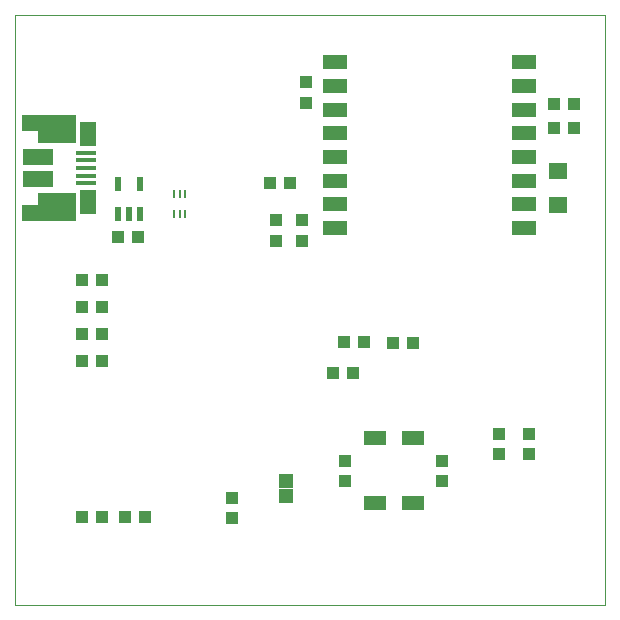
<source format=gbp>
G75*
%MOIN*%
%OFA0B0*%
%FSLAX24Y24*%
%IPPOS*%
%LPD*%
%AMOC8*
5,1,8,0,0,1.08239X$1,22.5*
%
%ADD10C,0.0000*%
%ADD11R,0.0630X0.0551*%
%ADD12R,0.0433X0.0394*%
%ADD13R,0.0787X0.0512*%
%ADD14R,0.0394X0.0433*%
%ADD15R,0.0217X0.0472*%
%ADD16R,0.0748X0.0512*%
%ADD17R,0.0112X0.0276*%
%ADD18R,0.0673X0.0157*%
%ADD19R,0.0575X0.0787*%
%ADD20R,0.0984X0.0541*%
%ADD21R,0.1252X0.0962*%
%ADD22R,0.1252X0.0962*%
%ADD23R,0.0544X0.0530*%
%ADD24R,0.0544X0.0530*%
%ADD25R,0.0500X0.0500*%
D10*
X000180Y000180D02*
X000180Y019865D01*
X019865Y019865D01*
X019865Y000180D01*
X000180Y000180D01*
D11*
X018288Y013535D03*
X018288Y014638D03*
D12*
X018144Y016072D03*
X018813Y016072D03*
X018813Y016885D03*
X018144Y016885D03*
X013462Y008930D03*
X012792Y008930D03*
X011834Y008940D03*
X011164Y008940D03*
X011462Y007907D03*
X010792Y007907D03*
X007434Y003765D03*
X007434Y003095D03*
X003091Y010120D03*
X002421Y010120D03*
X003629Y012451D03*
X004298Y012451D03*
X008679Y014262D03*
X009349Y014262D03*
X009754Y013006D03*
X009754Y012337D03*
X008886Y012337D03*
X008886Y013006D03*
X009898Y016937D03*
X009898Y017606D03*
X016309Y005890D03*
X016309Y005220D03*
D13*
X017163Y012763D03*
X017163Y013550D03*
X017163Y014337D03*
X017163Y015125D03*
X017163Y015912D03*
X017163Y016700D03*
X017163Y017487D03*
X017163Y018274D03*
X010864Y018274D03*
X010864Y017487D03*
X010864Y016700D03*
X010864Y015912D03*
X010864Y015125D03*
X010864Y014337D03*
X010864Y013550D03*
X010864Y012763D03*
D14*
X017309Y005890D03*
X017309Y005220D03*
X014434Y004992D03*
X014434Y004323D03*
X011184Y004323D03*
X011184Y004992D03*
X004519Y003111D03*
X003849Y003111D03*
X003075Y003111D03*
X002405Y003111D03*
X002421Y008317D03*
X003091Y008317D03*
X003091Y009218D03*
X002421Y009218D03*
X002421Y011005D03*
X003091Y011005D03*
D15*
X003605Y013211D03*
X003979Y013211D03*
X004353Y013211D03*
X004353Y014235D03*
X003605Y014235D03*
D16*
X012179Y005763D03*
X013439Y005763D03*
X013439Y003597D03*
X012179Y003597D03*
D17*
X005868Y013230D03*
X005671Y013230D03*
X005475Y013230D03*
X005475Y013880D03*
X005671Y013880D03*
X005868Y013880D03*
D18*
X002556Y014244D03*
X002556Y014500D03*
X002556Y014756D03*
X002556Y015012D03*
X002556Y015268D03*
D19*
X002607Y015898D03*
X002607Y013614D03*
D20*
X000970Y014387D03*
X000970Y015125D03*
D21*
X001591Y013463D03*
D22*
X001591Y016043D03*
D23*
X000692Y013246D03*
D24*
X000692Y016257D03*
D25*
X009235Y004318D03*
X009235Y003818D03*
M02*

</source>
